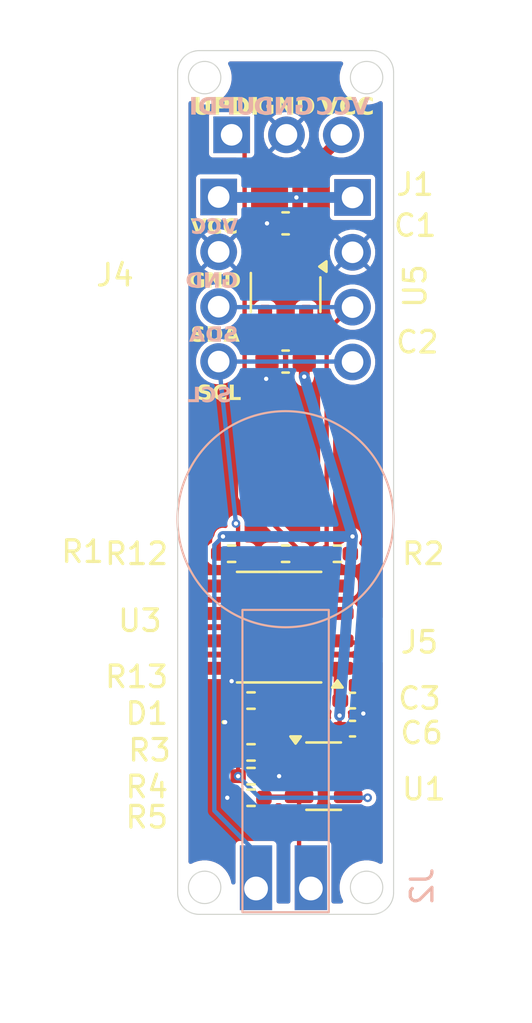
<source format=kicad_pcb>
(kicad_pcb (version 20241229) (generator "pcbnew") (generator_version "9.0")
  (layers (0 "F.Cu" signal) (2 "B.Cu" signal) (13 "F.Paste" user) (15 "B.Paste" user) (5 "F.SilkS" user "F.Silkscreen") (7 "B.SilkS" user "B.Silkscreen") (1 "F.Mask" user) (3 "B.Mask" user) (25 "Edge.Cuts" user))
  (net 0 "")
  (net 1 "Net-(D1-A)")
  (net 2 "GND")
  (net 3 "+3.3V")
  (net 4 "VCC")
  (net 5 "Net-(J2-Pin_1)")
  (net 6 "Net-(U3-PA7)")
  (net 8 "Net-(J3-Pin_1)")
  (net 9 "SCL")
  (net 10 "SDA")
  (net 11 "Net-(U3-PA3)")
  (net 12 "Net-(U3-~{RESET}{slash}PA0)")
  (net 13 "Net-(U1--)")
  (net 14 "RXD")
  (footprint "Package_TO_SOT_SMD:SOT-23-5_HandSoldering" (layer "F.Cu") (at 45 131.2 -90)
    (property "Reference" "U5" (at -0.3 -6 90) (layer "F.SilkS"))
    (property "Value" "NCP163ASN330T1G")
    (fp_line (start -0.9 1.61) (end 0.9 1.61) (stroke (width 0.12)) (layer "F.SilkS"))
    (fp_line (start 0.1 -1.61) (end -0.7 -1.61) (stroke (width 0.12)) (layer "F.SilkS"))
    (fp_line (start 0.1 -1.61) (end 0.9 -1.61) (stroke (width 0.12)) (layer "F.SilkS"))
    (fp_poly (pts (xy -1.2 -1.56) (xy -1.44 -1.89) (xy -0.96 -1.89) (xy -1.2 -1.56)) (stroke (width 0.12)) (fill yes) (layer "F.SilkS"))
    (pad "1" smd roundrect (at -1.35 -0.95 270) (size 1.56 0.65) (layers "F.Cu" "F.Mask" "F.Paste") (net 4 "VCC"))
    (pad "2" smd roundrect (at -1.35 0 270) (size 1.56 0.65) (layers "F.Cu" "F.Mask" "F.Paste") (net 2 "GND"))
    (pad "3" smd roundrect (at -1.35 0.95 270) (size 1.56 0.65) (layers "F.Cu" "F.Mask" "F.Paste") (net 4 "VCC"))
    (pad "4" smd roundrect (at 1.35 0.95 270) (size 1.56 0.65) (layers "F.Cu" "F.Mask" "F.Paste"))
    (pad "5" smd roundrect (at 1.35 -0.95 270) (size 1.56 0.65) (layers "F.Cu" "F.Mask" "F.Paste") (net 3 "+3.3V"))
  )
  (footprint "Resistor_SMD:R_0402_1005Metric_Pad0.72x0.64mm_HandSolder" (layer "F.Cu") (at 44.99875 143.3)
    (property "Reference" "R12" (at -6.9 0 0) (layer "F.SilkS"))
    (property "Value" "470")
    (fp_line (start -0.167621 -0.38) (end 0.167621 -0.38) (stroke (width 0.12)) (layer "F.SilkS"))
    (fp_line (start -0.167621 0.38) (end 0.167621 0.38) (stroke (width 0.12)) (layer "F.SilkS"))
    (pad "1" smd roundrect (at -0.5975 0) (size 0.715 0.64) (layers "F.Cu" "F.Mask" "F.Paste") (net 12 "Net-(U3-~{RESET}{slash}PA0)"))
    (pad "2" smd roundrect (at 0.5975 0) (size 0.715 0.64) (layers "F.Cu" "F.Mask" "F.Paste") (net 8 "Net-(J3-Pin_1)"))
  )
  (footprint "Connector_PinHeader_2.54mm:PinHeader_1x01_P2.54mm_Vertical" (layer "F.Cu") (at 48.89875 147.5)
    (property "Reference" "J5" (at 2.3 -0.1 0) (layer "F.SilkS"))
    (property "Value" "Conn_01x01_Socket")
    (pad "1" smd rect (at 0 0) (size 0.8 1.5) (drill oval (offset 0.1 -0.2)) (layers "F.Cu" "F.Mask" "F.Paste") (net 14 "RXD"))
  )
  (footprint "Connector_PinHeader_2.54mm:PinHeader_1x03_P2.54mm_Vertical" (layer "F.Cu") (at 42.5 123.9 90)
    (property "Reference" "J3" (hide yes))
    (property "Value" "Conn_01x03_Pin")
    (pad "1" thru_hole rect (at 0 0 90) (size 1.7 1.7) (drill 1) (layers "*.Cu" "*.Mask") (net 8 "Net-(J3-Pin_1)"))
    (pad "2" thru_hole circle (at 0 2.54 90) (size 1.7 1.7) (drill 1) (layers "*.Cu" "*.Mask") (net 2 "GND"))
    (pad "3" thru_hole circle (at 0 5.08 90) (size 1.7 1.7) (drill 1) (layers "*.Cu" "*.Mask") (net 4 "VCC"))
  )
  (footprint "LED_SMD:LED_0402_1005Metric_Pad0.77x0.64mm_HandSolder" (layer "F.Cu") (at 43.39875 151.1)
    (property "Reference" "D1" (at -4.82381 -0.4 0) (layer "F.SilkS"))
    (property "Value" "LED")
    (fp_circle (center -1.265 0) (end -1.215 0) (stroke (width 0.1)) (fill no) (layer "F.SilkS"))
    (pad "1" smd roundrect (at -0.5725 0) (size 0.765 0.64) (layers "F.Cu" "F.Mask" "F.Paste") (net 2 "GND"))
    (pad "2" smd roundrect (at 0.5725 0) (size 0.765 0.64) (layers "F.Cu" "F.Mask" "F.Paste") (net 1 "Net-(D1-A)"))
  )
  (footprint "Resistor_SMD:R_0402_1005Metric_Pad0.72x0.64mm_HandSolder" (layer "F.Cu") (at 43.39875 153.6 180)
    (property "Reference" "R4" (at 4.82381 -0.5 0) (layer "F.SilkS"))
    (property "Value" "4.7k")
    (fp_line (start -0.167621 0.38) (end 0.167621 0.38) (stroke (width 0.12)) (layer "F.SilkS"))
    (fp_line (start -0.167621 -0.38) (end 0.167621 -0.38) (stroke (width 0.12)) (layer "F.SilkS"))
    (pad "1" smd roundrect (at -0.5975 0 180) (size 0.715 0.64) (layers "F.Cu" "F.Mask" "F.Paste") (net 2 "GND"))
    (pad "2" smd roundrect (at 0.5975 0 180) (size 0.715 0.64) (layers "F.Cu" "F.Mask" "F.Paste") (net 13 "Net-(U1--)"))
  )
  (footprint "Resistor_SMD:R_0402_1005Metric_Pad0.72x0.64mm_HandSolder" (layer "F.Cu") (at 47.39875 143.3 180)
    (property "Reference" "R2" (at -3.97619 0 0) (layer "F.SilkS"))
    (property "Value" "4.7k")
    (fp_line (start -0.167621 0.38) (end 0.167621 0.38) (stroke (width 0.12)) (layer "F.SilkS"))
    (fp_line (start -0.167621 -0.38) (end 0.167621 -0.38) (stroke (width 0.12)) (layer "F.SilkS"))
    (pad "1" smd roundrect (at -0.5975 0 180) (size 0.715 0.64) (layers "F.Cu" "F.Mask" "F.Paste") (net 3 "+3.3V"))
    (pad "2" smd roundrect (at 0.5975 0 180) (size 0.715 0.64) (layers "F.Cu" "F.Mask" "F.Paste") (net 10 "SDA"))
  )
  (footprint "Capacitor_SMD:C_0603_1608Metric_Pad1.08x0.95mm_HandSolder" (layer "F.Cu") (at 45 134.4 180)
    (property "Reference" "C2" (at -6.1 0.9 0) (layer "F.SilkS"))
    (property "Value" "1u")
    (fp_line (start -0.146267 0.51) (end 0.146267 0.51) (stroke (width 0.12)) (layer "F.SilkS"))
    (fp_line (start -0.146267 -0.51) (end 0.146267 -0.51) (stroke (width 0.12)) (layer "F.SilkS"))
    (pad "1" smd roundrect (at -0.8625 0 180) (size 1.075 0.95) (layers "F.Cu" "F.Mask" "F.Paste") (net 3 "+3.3V"))
    (pad "2" smd roundrect (at 0.8625 0 180) (size 1.075 0.95) (layers "F.Cu" "F.Mask" "F.Paste") (net 2 "GND"))
  )
  (footprint "Capacitor_SMD:C_0603_1608Metric_Pad1.08x0.95mm_HandSolder" (layer "F.Cu") (at 45 128 180)
    (property "Reference" "C1" (at -6 -0.1 0) (layer "F.SilkS"))
    (property "Value" "1u")
    (fp_line (start -0.146267 0.51) (end 0.146267 0.51) (stroke (width 0.12)) (layer "F.SilkS"))
    (fp_line (start -0.146267 -0.51) (end 0.146267 -0.51) (stroke (width 0.12)) (layer "F.SilkS"))
    (pad "1" smd roundrect (at -0.8625 0 180) (size 1.075 0.95) (layers "F.Cu" "F.Mask" "F.Paste") (net 4 "VCC"))
    (pad "2" smd roundrect (at 0.8625 0 180) (size 1.075 0.95) (layers "F.Cu" "F.Mask" "F.Paste") (net 2 "GND"))
  )
  (footprint "Package_SO:SOIC-8_3.9x4.9mm_P1.27mm" (layer "F.Cu") (at 44.69875 146.7 180)
    (property "Reference" "U3" (at 6.447619 0.3 0) (layer "F.SilkS"))
    (property "Value" "ATtiny402-SS")
    (fp_line (start 0 2.56) (end 1.95 2.56) (stroke (width 0.12)) (layer "F.SilkS"))
    (fp_line (start 0 2.56) (end -1.95 2.56) (stroke (width 0.12)) (layer "F.SilkS"))
    (fp_line (start 0 -2.56) (end 1.95 -2.56) (stroke (width 0.12)) (layer "F.SilkS"))
    (fp_line (start 0 -2.56) (end -1.95 -2.56) (stroke (width 0.12)) (layer "F.SilkS"))
    (fp_poly (pts (xy -2.7 -2.465) (xy -2.94 -2.795) (xy -2.46 -2.795)) (stroke (width 0.12)) (fill yes) (layer "F.SilkS"))
    (pad "1" smd roundrect (at -2.475 -1.905 180) (size 1.95 0.6) (layers "F.Cu" "F.Mask" "F.Paste") (net 3 "+3.3V"))
    (pad "2" smd roundrect (at -2.475 -0.635 180) (size 1.95 0.6) (layers "F.Cu" "F.Mask" "F.Paste") (net 14 "RXD"))
    (pad "3" smd roundrect (at -2.475 0.635 180) (size 1.95 0.6) (layers "F.Cu" "F.Mask" "F.Paste") (net 6 "Net-(U3-PA7)"))
    (pad "4" smd roundrect (at -2.475 1.905 180) (size 1.95 0.6) (layers "F.Cu" "F.Mask" "F.Paste") (net 10 "SDA"))
    (pad "5" smd roundrect (at 2.475 1.905 180) (size 1.95 0.6) (layers "F.Cu" "F.Mask" "F.Paste") (net 9 "SCL"))
    (pad "6" smd roundrect (at 2.475 0.635 180) (size 1.95 0.6) (layers "F.Cu" "F.Mask" "F.Paste") (net 12 "Net-(U3-~{RESET}{slash}PA0)"))
    (pad "7" smd roundrect (at 2.475 -0.635 180) (size 1.95 0.6) (layers "F.Cu" "F.Mask" "F.Paste") (net 11 "Net-(U3-PA3)"))
    (pad "8" smd roundrect (at 2.475 -1.905 180) (size 1.95 0.6) (layers "F.Cu" "F.Mask" "F.Paste") (net 2 "GND"))
  )
  (footprint "Resistor_SMD:R_0402_1005Metric_Pad0.72x0.64mm_HandSolder" (layer "F.Cu") (at 43.39875 150.1)
    (property "Reference" "R13" (at -5.3 -1.1 0) (layer "F.SilkS"))
    (property "Value" "10k")
    (fp_line (start -0.167621 -0.38) (end 0.167621 -0.38) (stroke (width 0.12)) (layer "F.SilkS"))
    (fp_line (start -0.167621 0.38) (end 0.167621 0.38) (stroke (width 0.12)) (layer "F.SilkS"))
    (pad "1" smd roundrect (at -0.5975 0) (size 0.715 0.64) (layers "F.Cu" "F.Mask" "F.Paste") (net 1 "Net-(D1-A)"))
    (pad "2" smd roundrect (at 0.5975 0) (size 0.715 0.64) (layers "F.Cu" "F.Mask" "F.Paste") (net 11 "Net-(U3-PA3)"))
  )
  (footprint "Connector_PinHeader_2.54mm:PinHeader_1x04_P2.54mm_Vertical" (layer "F.Cu") (at 48.1 126.8)
    (property "Reference" "J1" (at 2.9 -0.6 0) (layer "F.SilkS"))
    (property "Value" "Conn_01x04_Pin")
    (pad "1" thru_hole rect (at 0 0) (size 1.7 1.7) (drill 1) (layers "*.Cu" "*.Mask") (net 4 "VCC"))
    (pad "2" thru_hole circle (at 0 2.54) (size 1.7 1.7) (drill 1) (layers "*.Cu" "*.Mask") (net 2 "GND"))
    (pad "3" thru_hole circle (at 0 5.08) (size 1.7 1.7) (drill 1) (layers "*.Cu" "*.Mask") (net 10 "SDA"))
    (pad "4" thru_hole circle (at 0 7.62) (size 1.7 1.7) (drill 1) (layers "*.Cu" "*.Mask") (net 9 "SCL"))
  )
  (footprint "Resistor_SMD:R_0402_1005Metric_Pad0.72x0.64mm_HandSolder" (layer "F.Cu") (at 42.49875 143.3)
    (property "Reference" "R1" (at -6.9 -0.1 0) (layer "F.SilkS"))
    (property "Value" "4.7k")
    (fp_line (start -0.167621 -0.38) (end 0.167621 -0.38) (stroke (width 0.12)) (layer "F.SilkS"))
    (fp_line (start -0.167621 0.38) (end 0.167621 0.38) (stroke (width 0.12)) (layer "F.SilkS"))
    (pad "1" smd roundrect (at -0.5975 0) (size 0.715 0.64) (layers "F.Cu" "F.Mask" "F.Paste") (net 3 "+3.3V"))
    (pad "2" smd roundrect (at 0.5975 0) (size 0.715 0.64) (layers "F.Cu" "F.Mask" "F.Paste") (net 9 "SCL"))
  )
  (footprint "Capacitor_SMD:C_0402_1005Metric_Pad0.74x0.62mm_HandSolder" (layer "F.Cu") (at 48.09875 150.1)
    (property "Reference" "C3" (at 3.1 -0.1 0) (layer "F.SilkS"))
    (property "Value" "1u")
    (fp_line (start -0.115835 -0.36) (end 0.115835 -0.36) (stroke (width 0.12)) (layer "F.SilkS"))
    (fp_line (start -0.115835 0.36) (end 0.115835 0.36) (stroke (width 0.12)) (layer "F.SilkS"))
    (pad "1" smd roundrect (at -0.5675 0) (size 0.735 0.62) (layers "F.Cu" "F.Mask" "F.Paste") (net 3 "+3.3V"))
    (pad "2" smd roundrect (at 0.5675 0) (size 0.735 0.62) (layers "F.Cu" "F.Mask" "F.Paste") (net 2 "GND"))
  )
  (footprint "Resistor_SMD:R_0402_1005Metric_Pad0.72x0.64mm_HandSolder" (layer "F.Cu") (at 43.39875 152.5 180)
    (property "Reference" "R3" (at 4.7 0.1 0) (layer "F.SilkS"))
    (property "Value" "4.7k")
    (fp_line (start -0.167621 0.38) (end 0.167621 0.38) (stroke (width 0.12)) (layer "F.SilkS"))
    (fp_line (start -0.167621 -0.38) (end 0.167621 -0.38) (stroke (width 0.12)) (layer "F.SilkS"))
    (pad "1" smd roundrect (at -0.5975 0 180) (size 0.715 0.64) (layers "F.Cu" "F.Mask" "F.Paste") (net 6 "Net-(U3-PA7)"))
    (pad "2" smd roundrect (at 0.5975 0 180) (size 0.715 0.64) (layers "F.Cu" "F.Mask" "F.Paste") (net 13 "Net-(U1--)"))
  )
  (footprint "Capacitor_SMD:C_0402_1005Metric_Pad0.74x0.62mm_HandSolder" (layer "F.Cu") (at 48.09875 151.4)
    (property "Reference" "C6" (at 3.2 0.2 0) (layer "F.SilkS"))
    (property "Value" "0.1u")
    (fp_line (start -0.115835 -0.36) (end 0.115835 -0.36) (stroke (width 0.12)) (layer "F.SilkS"))
    (fp_line (start -0.115835 0.36) (end 0.115835 0.36) (stroke (width 0.12)) (layer "F.SilkS"))
    (pad "1" smd roundrect (at -0.5675 0) (size 0.735 0.62) (layers "F.Cu" "F.Mask" "F.Paste") (net 3 "+3.3V"))
    (pad "2" smd roundrect (at 0.5675 0) (size 0.735 0.62) (layers "F.Cu" "F.Mask" "F.Paste") (net 2 "GND"))
  )
  (footprint "Connector_PinHeader_2.54mm:PinHeader_1x04_P2.54mm_Vertical" (layer "F.Cu") (at 41.9 134.4 180)
    (property "Reference" "J4" (at 4.8 4 0) (layer "F.SilkS"))
    (property "Value" "Conn_01x04_Pin")
    (pad "1" thru_hole circle (at 0 0 180) (size 1.7 1.7) (drill 1) (layers "*.Cu" "*.Mask") (net 9 "SCL"))
    (pad "2" thru_hole circle (at 0 2.54 180) (size 1.7 1.7) (drill 1) (layers "*.Cu" "*.Mask") (net 10 "SDA"))
    (pad "3" thru_hole circle (at 0 5.08 180) (size 1.7 1.7) (drill 1) (layers "*.Cu" "*.Mask") (net 2 "GND"))
    (pad "4" thru_hole rect (at 0 7.62 180) (size 1.7 1.7) (drill 1) (layers "*.Cu" "*.Mask") (net 4 "VCC"))
  )
  (footprint "Package_TO_SOT_SMD:SOT-23-5" (layer "F.Cu") (at 46.76125 153.6)
    (property "Reference" "U1" (at 4.6375 0.6 0) (layer "F.SilkS"))
    (property "Value" "MCP6401T-xOT")
    (fp_line (start 0 -1.56) (end -0.8 -1.56) (stroke (width 0.12)) (layer "F.SilkS"))
    (fp_line (start 0 -1.56) (end 0.8 -1.56) (stroke (width 0.12)) (layer "F.SilkS"))
    (fp_line (start 0 1.56) (end -0.8 1.56) (stroke (width 0.12)) (layer "F.SilkS"))
    (fp_line (start 0 1.56) (end 0.8 1.56) (stroke (width 0.12)) (layer "F.SilkS"))
    (fp_poly (pts (xy -1.3 -1.51) (xy -1.54 -1.84) (xy -1.06 -1.84)) (stroke (width 0.12)) (fill yes) (layer "F.SilkS"))
    (pad "1" smd roundrect (at -1.1375 -0.95) (size 1.325 0.6) (layers "F.Cu" "F.Mask" "F.Paste") (net 6 "Net-(U3-PA7)"))
    (pad "2" smd roundrect (at -1.1375 0) (size 1.325 0.6) (layers "F.Cu" "F.Mask" "F.Paste") (net 2 "GND"))
    (pad "3" smd roundrect (at -1.1375 0.95) (size 1.325 0.6) (layers "F.Cu" "F.Mask" "F.Paste") (net 5 "Net-(J2-Pin_1)"))
    (pad "4" smd roundrect (at 1.1375 0.95) (size 1.325 0.6) (layers "F.Cu" "F.Mask" "F.Paste") (net 13 "Net-(U1--)"))
    (pad "5" smd roundrect (at 1.1375 -0.95) (size 1.325 0.6) (layers "F.Cu" "F.Mask" "F.Paste") (net 3 "+3.3V"))
  )
  (footprint "Resistor_SMD:R_0402_1005Metric_Pad0.72x0.64mm_HandSolder" (layer "F.Cu") (at 43.39875 154.6)
    (property "Reference" "R5" (at -4.82381 0.9 0) (layer "F.SilkS"))
    (property "Value" "4.7k")
    (fp_line (start -0.167621 -0.38) (end 0.167621 -0.38) (stroke (width 0.12)) (layer "F.SilkS"))
    (fp_line (start -0.167621 0.38) (end 0.167621 0.38) (stroke (width 0.12)) (layer "F.SilkS"))
    (pad "1" smd roundrect (at -0.5975 0) (size 0.715 0.64) (layers "F.Cu" "F.Mask" "F.Paste") (net 2 "GND"))
    (pad "2" smd roundrect (at 0.5975 0) (size 0.715 0.64) (layers "F.Cu" "F.Mask" "F.Paste") (net 5 "Net-(J2-Pin_1)"))
  )
  (footprint "Connector_PinHeader_2.54mm:PinHeader_1x02_P2.54mm_Vertical" (layer "B.Cu") (at 46.17 158.8025 90)
    (property "Reference" "J2" (at 0.1 5.14825 90) (layer "B.SilkS") (effects (justify mirror)))
    (property "Value" "Conn_01x02_Pin")
    (pad "1" thru_hole rect (at 0 0 90) (size 3 1.5) (drill 1.1 (offset 0.5 0)) (layers "*.Cu" "*.Mask") (net 5 "Net-(J2-Pin_1)"))
    (pad "2" thru_hole rect (at 0 -2.54 90) (size 3 1.5) (drill 1.1 (offset 0.5 0)) (layers "*.Cu" "*.Mask") (net 3 "+3.3V"))
  )
  (gr_rect (start 43 145.9) (end 47 159.9) (stroke (width 0.1)) (fill no) (layer "B.SilkS"))
  (gr_circle (center 44.996002 141.7) (end 45.196002 146.7) (stroke (width 0.1)) (fill no) (layer "B.SilkS"))
  (gr_arc (start 49 120) (mid 49.707107 120.292893) (end 50 121) (stroke (width 0.05)) (layer "Edge.Cuts"))
  (gr_circle (center 41.25 121.25) (end 41.25 122) (stroke (width 0.05)) (fill no) (layer "Edge.Cuts"))
  (gr_circle (center 41.25 158.75) (end 41.25 159.5) (stroke (width 0.05)) (fill no) (layer "Edge.Cuts"))
  (gr_line (start 40 121) (end 40 159) (stroke (width 0.05)) (layer "Edge.Cuts"))
  (gr_arc (start 40 121) (mid 40.292893 120.292893) (end 41 120) (stroke (width 0.05)) (layer "Edge.Cuts"))
  (gr_arc (start 41 160) (mid 40.292893 159.707107) (end 40 159) (stroke (width 0.05)) (layer "Edge.Cuts"))
  (gr_line (start 49 120) (end 41 120) (stroke (width 0.05)) (layer "Edge.Cuts"))
  (gr_circle (center 48.75 158.75) (end 48.75 159.5) (stroke (width 0.05)) (fill no) (layer "Edge.Cuts"))
  (gr_circle (center 48.75 121.25) (end 48.75 122) (stroke (width 0.05)) (fill no) (layer "Edge.Cuts"))
  (gr_line (start 50 159) (end 50 121) (stroke (width 0.05)) (layer "Edge.Cuts"))
  (gr_arc (start 50 159) (mid 49.707107 159.707107) (end 49 160) (stroke (width 0.05)) (layer "Edge.Cuts"))
  (gr_line (start 41 160) (end 49 160) (stroke (width 0.05)) (layer "Edge.Cuts"))
  (gr_text "VCC" (at 40.6 128.6 0) (layer "F.SilkS") (effects (font (size 0.7 0.7) (thickness 0.15) (bold yes)) (justify left bottom)))
  (gr_text "GND" (at 43.6 123.1 0) (layer "F.SilkS") (effects (font (size 0.8 0.8) (thickness 0.15) (bold yes)) (justify left bottom)))
  (gr_text "VCC" (at 46.6 123.1 0) (layer "F.SilkS") (effects (font (size 0.8 0.8) (thickness 0.15) (bold yes)) (justify left bottom)))
  (gr_text "SDA" (at 40.6 133.6 0) (layer "F.SilkS") (effects (font (size 0.7 0.7) (thickness 0.15) (bold yes)) (justify left bottom)))
  (gr_text "SCL" (at 40.9 136.3 0) (layer "F.SilkS") (effects (font (size 0.7 0.7) (thickness 0.15) (bold yes)) (justify left bottom)))
  (gr_text "UPDI" (at 40.7 123.1 0) (layer "F.SilkS") (effects (font (size 0.8 0.8) (thickness 0.15) (bold yes)) (justify left bottom)))
  (gr_text "GND" (at 40.5 131.1 0) (layer "F.SilkS") (effects (font (size 0.7 0.7) (thickness 0.15) (bold yes)) (justify left bottom)))
  (gr_text "VCC" (at 48.9 123.1 0) (layer "B.SilkS") (effects (font (size 0.8 0.8) (thickness 0.15) (bold yes)) (justify left bottom mirror)))
  (gr_text "SCL" (at 42.5 136.4 0) (layer "B.SilkS") (effects (font (size 0.7 0.7) (thickness 0.15) (bold yes)) (justify left bottom mirror)))
  (gr_text "GND" (at 42.8 131.1 0) (layer "B.SilkS") (effects (font (size 0.7 0.7) (thickness 0.15) (bold yes)) (justify left bottom mirror)))
  (gr_text "GND" (at 46.3 123.1 0) (layer "B.SilkS") (effects (font (size 0.8 0.8) (thickness 0.15) (bold yes)) (justify left bottom mirror)))
  (gr_text "UPDI" (at 43.6 123.1 0) (layer "B.SilkS") (effects (font (size 0.8 0.8) (thickness 0.15) (bold yes)) (justify left bottom mirror)))
  (gr_text "SDA" (at 42.8 133.6 0) (layer "B.SilkS") (effects (font (size 0.7 0.7) (thickness 0.15) (bold yes)) (justify left bottom mirror)))
  (gr_text "VCC" (at 42.8 128.6 0) (layer "B.SilkS") (effects (font (size 0.7 0.7) (thickness 0.15) (bold yes)) (justify left bottom mirror)))
  (segment (start 42.80125 150.1) (end 42.77125 150.13) (width 0.2) (layer "F.Cu") (net 1))
  (segment (start 42.77125 150.13) (end 42.70125 150.13) (width 0.2) (layer "F.Cu") (net 1))
  (segment (start 42.97125 150.1) (end 43.97125 151.1) (width 0.2) (layer "F.Cu") (net 1))
  (segment (start 42.80125 150.1) (end 42.97125 150.1) (width 0.2) (layer "F.Cu") (net 1))
  (segment (start 48.66625 150.7675) (end 48.59875 150.7) (width 0.2) (layer "F.Cu") (net 2))
  (segment (start 48.66625 150.2) (end 48.56625 150.3) (width 0.2) (layer "F.Cu") (net 2))
  (segment (start 44.1375 135.1625) (end 44.1 135.2) (width 0.2) (layer "F.Cu") (net 2))
  (segment (start 48.66625 150.1) (end 48.66625 150.2) (width 0.2) (layer "F.Cu") (net 2))
  (segment (start 42.47375 148.605) (end 42.22375 148.605) (width 0.2) (layer "F.Cu") (net 2))
  (segment (start 42.49875 148.63) (end 42.47375 148.605) (width 0.2) (layer "F.Cu") (net 2))
  (segment (start 44.1375 134.4) (end 44.1375 135.1625) (width 0.5) (layer "F.Cu") (net 2))
  (segment (start 48.56625 150.3) (end 48.56625 150.6675) (width 0.2) (layer "F.Cu") (net 2))
  (segment (start 42.82625 151.1) (end 42.19875 151.1) (width 0.2) (layer "F.Cu") (net 2))
  (segment (start 44.1375 128) (end 44.346146 128) (width 0.5) (layer "F.Cu") (net 2))
  (segment (start 42.29875 154.6) (end 42.80125 154.6) (width 0.2) (layer "F.Cu") (net 2))
  (segment (start 48.56625 150.6675) (end 48.59875 150.7) (width 0.2) (layer "F.Cu") (net 2))
  (segment (start 44.346146 128) (end 45 129.1) (width 0.5) (layer "F.Cu") (net 2))
  (segment (start 48.66625 151.4) (end 48.66625 150.7675) (width 0.2) (layer "F.Cu") (net 2))
  (segment (start 43.99625 153.6) (end 45.62375 153.6) (width 0.2) (layer "F.Cu") (net 2))
  (segment (start 42.49875 149.2) (end 42.49875 148.63) (width 0.2) (layer "F.Cu") (net 2))
  (segment (start 44.9 129.85) (end 44.8 129.85) (width 0.2) (layer "F.Cu") (net 2))
  (via (at 44.1 135.2) (size 0.4) (drill 0.2) (layers "F.Cu" "B.Cu") (net 2))
  (via (at 44.1375 128) (size 0.4) (drill 0.2) (layers "F.Cu" "B.Cu") (net 2))
  (via (at 42.29875 154.6) (size 0.4) (drill 0.2) (layers "F.Cu" "B.Cu") (net 2))
  (via (at 44.69875 153.6) (size 0.4) (drill 0.2) (layers "F.Cu" "B.Cu") (net 2))
  (via (at 48.59875 150.7) (size 0.4) (drill 0.2) (layers "F.Cu" "B.Cu") (net 2))
  (via (at 42.19875 151.1) (size 0.4) (drill 0.2) (layers "F.Cu" "B.Cu") (net 2))
  (via (at 42.49875 149.2) (size 0.4) (drill 0.2) (layers "F.Cu" "B.Cu") (net 2))
  (segment (start 42.09875 142.5) (end 42.09875 142.505) (width 0.2) (layer "F.Cu") (net 3))
  (segment (start 42.09875 142.505) (end 41.90125 142.7025) (width 0.2) (layer "F.Cu") (net 3))
  (segment (start 47.47375 150.0575) (end 47.51625 150.1) (width 0.2) (layer "F.Cu") (net 3))
  (segment (start 47.53125 151.4) (end 47.89875 152.65) (width 0.2) (layer "F.Cu") (net 3))
  (segment (start 47.47375 148.905) (end 47.47375 150.0575) (width 0.5) (layer "F.Cu") (net 3))
  (segment (start 45.6625 134.4) (end 45.8625 134.4) (width 0.2) (layer "F.Cu") (net 3))
  (segment (start 48.09875 142.5) (end 48.09875 143.1975) (width 0.2) (layer "F.Cu") (net 3))
  (segment (start 47.49875 150.793787) (end 47.49875 151.3675) (width 0.2) (layer "F.Cu") (net 3))
  (segment (start 47.49875 150.793787) (end 47.49875 150.1675) (width 0.2) (layer "F.Cu") (net 3))
  (segment (start 45.8625 134.4) (end 45.8625 135.1) (width 0.5) (layer "F.Cu") (net 3))
  (segment (start 45.95 134.3125) (end 45.8625 134.4) (width 0.5) (layer "F.Cu") (net 3))
  (segment (start 47.49875 151.3675) (end 47.53125 151.4) (width 0.2) (layer "F.Cu") (net 3))
  (segment (start 47.51625 150.1) (end 47.53125 150.1) (width 0.2) (layer "F.Cu") (net 3))
  (segment (start 47.53125 150.135) (end 47.53125 150.1) (width 0.2) (layer "F.Cu") (net 3))
  (segment (start 48.09875 143.1975) (end 47.99625 143.3) (width 0.2) (layer "F.Cu") (net 3))
  (segment (start 47.49875 150.1675) (end 47.53125 150.135) (width 0.2) (layer "F.Cu") (net 3))
  (segment (start 41.90125 142.7025) (end 41.90125 143.3) (width 0.2) (layer "F.Cu") (net 3))
  (segment (start 47.17375 148.605) (end 47.47375 148.905) (width 0.5) (layer "F.Cu") (net 3))
  (segment (start 45.95 132.55) (end 45.95 134.3125) (width 0.5) (layer "F.Cu") (net 3))
  (segment (start 45.65 134.3875) (end 45.6625 134.4) (width 0.2) (layer "F.Cu") (net 3))
  (via (at 47.49875 150.793787) (size 0.4) (drill 0.2) (layers "F.Cu" "B.Cu") (net 3))
  (via (at 45.8625 135.1) (size 0.4) (drill 0.2) (layers "F.Cu" "B.Cu") (net 3))
  (via (at 48.09875 142.5) (size 0.4) (drill 0.2) (layers "F.Cu" "B.Cu") (net 3))
  (via (at 42.09875 142.5) (size 0.4) (drill 0.2) (layers "F.Cu" "B.Cu") (net 3))
  (segment (start 48.09875 142.5) (end 47.49875 150.793787) (width 0.5) (layer "B.Cu") (net 3))
  (segment (start 48.09875 142.5) (end 42.09875 142.5) (width 0.5) (layer "B.Cu") (net 3))
  (segment (start 43.4 157.94) (end 43.46 158) (width 0.2) (layer "B.Cu") (net 3))
  (segment (start 42.09875 142.5) (end 41.69875 142.9) (width 0.2) (layer "B.Cu") (net 3))
  (segment (start 48.09875 142.5) (end 45.8625 135.1) (width 0.5) (layer "B.Cu") (net 3))
  (segment (start 41.69875 142.9) (end 41.69875 155.2) (width 0.2) (layer "B.Cu") (net 3))
  (segment (start 41.69875 155.2) (end 43.49875 157) (width 0.2) (layer "B.Cu") (net 3))
  (segment (start 45.85 127.9875) (end 45.85 129.85) (width 0.5) (layer "F.Cu") (net 4))
  (segment (start 45.8625 127.9) (end 45.8625 128) (width 0.5) (layer "F.Cu") (net 4))
  (segment (start 47.58 124.02) (end 45.5625 126.0375) (width 0.5) (layer "F.Cu") (net 4))
  (segment (start 47.58 123.9) (end 47.52 123.9) (width 0.5) (layer "F.Cu") (net 4))
  (segment (start 47.58 123.9) (end 47.58 124.02) (width 0.5) (layer "F.Cu") (net 4))
  (segment (start 45.5625 127.6) (end 45.8625 127.9) (width 0.5) (layer "F.Cu") (net 4))
  (segment (start 45.8625 128) (end 45.85 127.9875) (width 0.5) (layer "F.Cu") (net 4))
  (segment (start 45.5625 126.0375) (end 45.5625 127.6) (width 0.5) (layer "F.Cu") (net 4))
  (segment (start 45.85 130.75) (end 45.85 129.85) (width 0.2) (layer "F.Cu") (net 4))
  (segment (start 43.95 130.75) (end 44.2 131) (width 0.2) (layer "F.Cu") (net 4))
  (segment (start 44.2 131) (end 45.6 131) (width 0.2) (layer "F.Cu") (net 4))
  (segment (start 43.95 129.85) (end 43.95 130.75) (width 0.2) (layer "F.Cu") (net 4))
  (segment (start 45.6 131) (end 45.85 130.75) (width 0.2) (layer "F.Cu") (net 4))
  (segment (start 47.52 123.9) (end 47.4 124.02) (width 0.5) (layer "F.Cu") (net 4))
  (via (at 45.5 126.8) (size 0.4) (drill 0.2) (layers "F.Cu" "B.Cu") (net 4))
  (segment (start 41.92 126.8) (end 41.9 126.78) (width 0.5) (layer "B.Cu") (net 4))
  (segment (start 48.1 126.8) (end 41.92 126.8) (width 0.5) (layer "B.Cu") (net 4))
  (segment (start 44.04625 154.55) (end 43.99625 154.6) (width 0.2) (layer "F.Cu") (net 5))
  (segment (start 45.62375 154.55) (end 45.62375 158.25625) (width 0.2) (layer "F.Cu") (net 5))
  (segment (start 45.62375 154.55) (end 44.04625 154.55) (width 0.2) (layer "F.Cu") (net 5))
  (segment (start 43.99625 154.6) (end 44.19625 154.4) (width 0.2) (layer "F.Cu") (net 5))
  (segment (start 45.62375 158.25625) (end 46.17 158.8025) (width 0.2) (layer "F.Cu") (net 5))
  (segment (start 44.19625 154.4) (end 44.19875 154.4) (width 0.2) (layer "F.Cu") (net 5))
  (segment (start 47.17375 146.065) (end 46.53375 146.065) (width 0.2) (layer "F.Cu") (net 6))
  (segment (start 45.47375 152.5) (end 45.62375 152.65) (width 0.2) (layer "F.Cu") (net 6))
  (segment (start 46.53375 146.065) (end 45.79875 146.8) (width 0.2) (layer "F.Cu") (net 6))
  (segment (start 45.79875 146.8) (end 45.79875 152.475) (width 0.2) (layer "F.Cu") (net 6))
  (segment (start 45.79875 152.475) (end 45.62375 152.65) (width 0.2) (layer "F.Cu") (net 6))
  (segment (start 43.99625 152.5) (end 45.47375 152.5) (width 0.2) (layer "F.Cu") (net 6))
  (segment (start 42.5 124.3) (end 42.5 123.9) (width 0.2) (layer "F.Cu") (net 8))
  (segment (start 45.59875 143.09875) (end 45.59875 143.2975) (width 0.2) (layer "F.Cu") (net 8))
  (segment (start 42.5 123.9) (end 43.1 124.5) (width 0.2) (layer "F.Cu") (net 8))
  (segment (start 43.1 124.5) (end 43.1 140.6) (width 0.2) (layer "F.Cu") (net 8))
  (segment (start 45.59875 143.2975) (end 45.59625 143.3) (width 0.2) (layer "F.Cu") (net 8))
  (segment (start 43.1 140.6) (end 45.59875 143.09875) (width 0.2) (layer "F.Cu") (net 8))
  (segment (start 42.5 124.3) (end 42.5 123.9) (width 0.2) (layer "B.Cu") (net 8))
  (segment (start 42.35 124.15) (end 42.35 124.05) (width 0.2) (layer "B.Cu") (net 8))
  (segment (start 42.35 124.05) (end 42.5 123.9) (width 0.2) (layer "B.Cu") (net 8))
  (segment (start 42.79875 143.0025) (end 43.09625 143.3) (width 0.2) (layer "F.Cu") (net 9))
  (segment (start 42.79875 141.99875) (end 42.79875 143.0025) (width 0.2) (layer "F.Cu") (net 9))
  (segment (start 43.09625 143.3) (end 42.22375 144.795) (width 0.2) (layer "F.Cu") (net 9))
  (segment (start 42.7 141.9) (end 42.79875 141.99875) (width 0.2) (layer "F.Cu") (net 9))
  (via (at 42.7 141.9) (size 0.4) (drill 0.2) (layers "F.Cu" "B.Cu") (net 9))
  (segment (start 42.7 141.9) (end 41.9 134.4) (width 0.2) (layer "B.Cu") (net 9))
  (segment (start 41.99875 134.49875) (end 41.9 134.4) (width 0.2) (layer "B.Cu") (net 9))
  (segment (start 48.08 134.4) (end 48.1 134.42) (width 0.2) (layer "B.Cu") (net 9))
  (segment (start 42.7 141.9) (end 42.7 141.8) (width 0.2) (layer "B.Cu") (net 9))
  (segment (start 41.9 134.4) (end 48.08 134.4) (width 0.2) (layer "B.Cu") (net 9))
  (segment (start 46.80125 143.3) (end 47.10125 143.6) (width 0.2) (layer "F.Cu") (net 10))
  (segment (start 48.1 131.88) (end 48.02 131.88) (width 0.2) (layer "F.Cu") (net 10))
  (segment (start 46.9 143.20125) (end 46.80125 143.3) (width 0.2) (layer "F.Cu") (net 10))
  (segment (start 47.10125 144.7225) (end 47.17375 144.795) (width 0.2) (layer "F.Cu") (net 10))
  (segment (start 46.80125 143) (end 46.80125 143.3) (width 0.2) (layer "F.Cu") (net 10))
  (segment (start 47.10125 143.6) (end 47.10125 144.7225) (width 0.2) (layer "F.Cu") (net 10))
  (segment (start 48.02 131.88) (end 46.9 133) (width 0.2) (layer "F.Cu") (net 10))
  (segment (start 46.9 133) (end 46.9 143.20125) (width 0.2) (layer "F.Cu") (net 10))
  (segment (start 41.92 131.88) (end 41.9 131.86) (width 0.2) (layer "B.Cu") (net 10))
  (segment (start 48.1 131.88) (end 41.92 131.88) (width 0.2) (layer "B.Cu") (net 10))
  (segment (start 41.6 132.1) (end 41.6 131.86) (width 0.2) (layer "B.Cu") (net 10))
  (segment (start 48.1 132.47) (end 48.1 131.88) (width 0.2) (layer "B.Cu") (net 10))
  (segment (start 43.19875 147.4) (end 43.99875 149.7975) (width 0.2) (layer "F.Cu") (net 11))
  (segment (start 43.99875 149.7975) (end 43.89625 149.9) (width 0.2) (layer "F.Cu") (net 11))
  (segment (start 43.89625 149.9) (end 43.89625 150) (width 0.2) (layer "F.Cu") (net 11))
  (segment (start 42.22375 147.335) (end 42.28875 147.4) (width 0.2) (layer "F.Cu") (net 11))
  (segment (start 42.28875 147.4) (end 43.19875 147.4) (width 0.2) (layer "F.Cu") (net 11))
  (segment (start 43.89625 150) (end 43.99625 150.1) (width 0.2) (layer "F.Cu") (net 11))
  (segment (start 44.29875 143.1975) (end 44.40125 143.3) (width 0.2) (layer "F.Cu") (net 12))
  (segment (start 42.25875 146.1) (end 42.22375 146.065) (width 0.2) (layer "F.Cu") (net 12))
  (segment (start 44.40125 143.3) (end 43.19875 146.1) (width 0.2) (layer "F.Cu") (net 12))
  (segment (start 43.19875 146.1) (end 42.25875 146.1) (width 0.2) (layer "F.Cu") (net 12))
  (segment (start 42.80125 153.6) (end 42.80125 152.5) (width 0.2) (layer "F.Cu") (net 13))
  (segment (start 48.79875 154.6) (end 47.94875 154.6) (width 0.2) (layer "F.Cu") (net 13))
  (segment (start 47.94875 154.6) (end 47.89875 154.55) (width 0.2) (layer "F.Cu") (net 13))
  (via (at 42.80125 153.6) (size 0.4) (drill 0.2) (layers "F.Cu" "B.Cu") (net 13))
  (via (at 48.79875 154.6) (size 0.4) (drill 0.2) (layers "F.Cu" "B.Cu") (net 13))
  (segment (start 43.80125 154.6) (end 42.80125 153.6) (width 0.2) (layer "B.Cu") (net 13))
  (segment (start 48.79875 154.6) (end 43.80125 154.6) (width 0.2) (layer "B.Cu") (net 13))
  (segment (start 48.89875 147.5) (end 47.20875 147.3) (width 0.2) (layer "F.Cu") (net 14))
  (segment (start 47.20875 147.3) (end 47.17375 147.335) (width 0.2) (layer "F.Cu") (net 14))
  (zone (net 2) (net_name "GND") (layers "F.Cu" "B.Cu") (connect_pads (clearance 0.2)) (min_thickness 0.2) (fill yes (thermal_gap 0.2) (thermal_bridge_width 0.2))
    (polygon (pts (xy 40 120) (xy 50 120) (xy 50 160) (xy 40 160)))
  )
)
</source>
